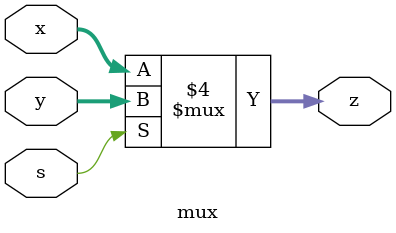
<source format=sv>
`timescale 1ns / 1ps


module mux #(parameter n=4 )(

input logic [n-1:0]x,
input logic [n-1:0]y,
input logic s,
output logic [n-1:0]z

    );
    
always @ (*)
begin 
 if (s==0)
         z=x;
 else 
         z=y;
    
   end  
   
endmodule

</source>
